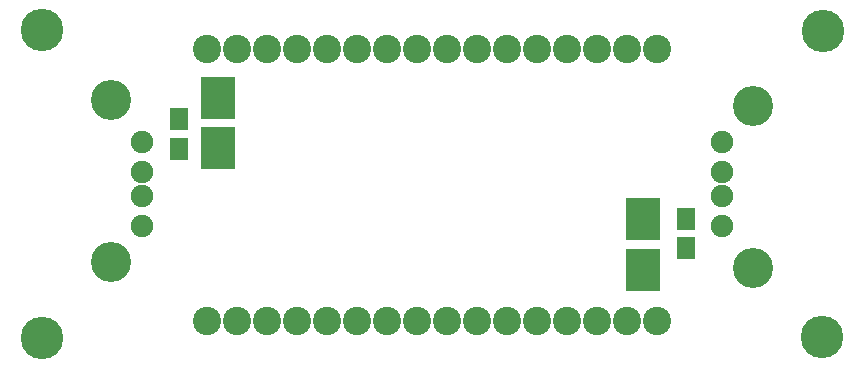
<source format=gts>
%TF.GenerationSoftware,KiCad,Pcbnew,(2017-11-08 revision cd21218)-HEAD*%
%TF.CreationDate,2018-01-12T09:37:01+02:00*%
%TF.ProjectId,usb_shield,7573625F736869656C642E6B69636164,rev?*%
%TF.SameCoordinates,Original*%
%TF.FileFunction,Soldermask,Top*%
%TF.FilePolarity,Negative*%
%FSLAX46Y46*%
G04 Gerber Fmt 4.6, Leading zero omitted, Abs format (unit mm)*
G04 Created by KiCad (PCBNEW (2017-11-08 revision cd21218)-HEAD) date Fri Jan 12 09:37:01 2018*
%MOMM*%
%LPD*%
G01*
G04 APERTURE LIST*
%ADD10C,3.600000*%
%ADD11R,1.650000X1.900000*%
%ADD12R,2.900000X3.600000*%
%ADD13C,2.400000*%
%ADD14C,1.901140*%
%ADD15C,3.399740*%
G04 APERTURE END LIST*
D10*
X184850000Y-92900000D03*
X184800000Y-118850000D03*
X118800000Y-118900000D03*
D11*
X130350000Y-102900000D03*
X130350000Y-100400000D03*
X173250000Y-108800000D03*
X173250000Y-111300000D03*
D12*
X133700000Y-102850000D03*
X133700000Y-98550000D03*
X169661007Y-108816425D03*
X169661007Y-113116425D03*
D13*
X132702300Y-94437200D03*
X135242300Y-94437200D03*
X137782300Y-94437200D03*
X140322300Y-94437200D03*
X142862300Y-94437200D03*
X145402300Y-94437200D03*
X147942300Y-94437200D03*
X150482300Y-94437200D03*
X153022300Y-94437200D03*
X155562300Y-94437200D03*
X158102300Y-94437200D03*
X160642300Y-94437200D03*
X163182300Y-94437200D03*
X165722300Y-94437200D03*
X168262300Y-94437200D03*
X170802300Y-94437200D03*
X170802300Y-117437200D03*
X168262300Y-117437200D03*
X165722300Y-117437200D03*
X163182300Y-117437200D03*
X160642300Y-117437200D03*
X158102300Y-117437200D03*
X155562300Y-117437200D03*
X153022300Y-117437200D03*
X150482300Y-117437200D03*
X147942300Y-117437200D03*
X145402300Y-117437200D03*
X142862300Y-117437200D03*
X140322300Y-117437200D03*
X137782300Y-117437200D03*
X135242300Y-117437200D03*
X132702300Y-117437200D03*
D10*
X118750000Y-92850000D03*
D14*
X127252120Y-109452860D03*
X127252120Y-106912860D03*
X127252120Y-104880860D03*
X127252120Y-102340860D03*
D15*
X124585120Y-112500860D03*
X124585120Y-98784860D03*
D14*
X176327880Y-102297140D03*
X176327880Y-104837140D03*
X176327880Y-106869140D03*
X176327880Y-109409140D03*
D15*
X178994880Y-99249140D03*
X178994880Y-112965140D03*
M02*

</source>
